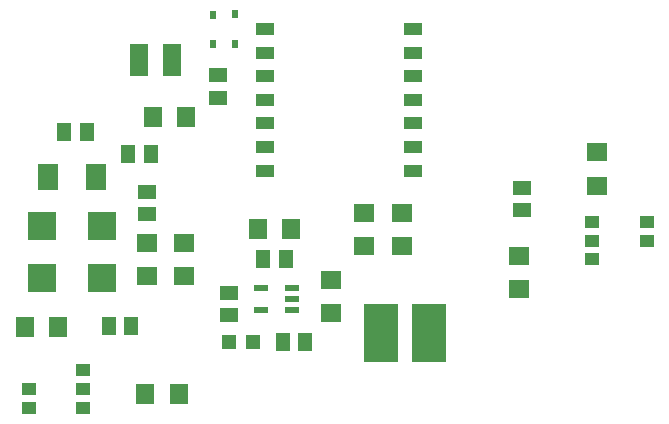
<source format=gbr>
G04 #@! TF.GenerationSoftware,KiCad,Pcbnew,5.0.0+dfsg1-1~bpo9+1*
G04 #@! TF.CreationDate,2018-12-28T11:25:29+01:00*
G04 #@! TF.ProjectId,receive_v1_1,726563656976655F76315F312E6B6963,rev?*
G04 #@! TF.SameCoordinates,Original*
G04 #@! TF.FileFunction,Paste,Top*
G04 #@! TF.FilePolarity,Positive*
%FSLAX46Y46*%
G04 Gerber Fmt 4.6, Leading zero omitted, Abs format (unit mm)*
G04 Created by KiCad (PCBNEW 5.0.0+dfsg1-1~bpo9+1) date Fri Dec 28 11:25:29 2018*
%MOMM*%
%LPD*%
G01*
G04 APERTURE LIST*
%ADD10R,1.803000X1.600000*%
%ADD11R,1.300000X1.500000*%
%ADD12R,1.200000X1.200000*%
%ADD13R,1.600000X1.800000*%
%ADD14R,1.200000X0.550000*%
%ADD15R,1.800000X1.600000*%
%ADD16R,1.500000X1.300000*%
%ADD17R,1.500000X1.000000*%
%ADD18R,1.200000X1.000000*%
%ADD19R,1.780000X2.160000*%
%ADD20R,0.600000X0.800000*%
%ADD21R,1.600000X2.700000*%
%ADD22R,3.000000X5.000000*%
%ADD23R,1.600000X1.803000*%
%ADD24R,2.400000X2.400000*%
G04 APERTURE END LIST*
D10*
G04 #@! TO.C,R4*
X139700000Y-93497000D03*
X139700000Y-90653000D03*
G04 #@! TD*
G04 #@! TO.C,R11*
X133096000Y-99416000D03*
X133096000Y-102260000D03*
G04 #@! TD*
G04 #@! TO.C,R10*
X120015000Y-95774599D03*
X120015000Y-98618599D03*
G04 #@! TD*
D11*
G04 #@! TO.C,R2*
X113096000Y-106681065D03*
X114996000Y-106681065D03*
G04 #@! TD*
D12*
G04 #@! TO.C,LED1*
X108517259Y-106681065D03*
X110617259Y-106681065D03*
G04 #@! TD*
D13*
G04 #@! TO.C,C2*
X113795000Y-97155000D03*
X110995000Y-97155000D03*
G04 #@! TD*
D14*
G04 #@! TO.C,IC1*
X111276375Y-104009509D03*
X111276375Y-102109509D03*
X113876375Y-102109509D03*
X113876375Y-103059509D03*
X113876375Y-104009509D03*
G04 #@! TD*
D15*
G04 #@! TO.C,C3*
X117187259Y-104271065D03*
X117187259Y-101471065D03*
G04 #@! TD*
D11*
G04 #@! TO.C,C4*
X111445000Y-99695000D03*
X113345000Y-99695000D03*
G04 #@! TD*
D16*
G04 #@! TO.C,R1*
X108585000Y-104455000D03*
X108585000Y-102555000D03*
G04 #@! TD*
D10*
G04 #@! TO.C,R3*
X123190000Y-98618599D03*
X123190000Y-95774599D03*
G04 #@! TD*
D17*
G04 #@! TO.C,U$1*
X124160000Y-92200000D03*
X124160000Y-90200000D03*
X124160000Y-88200000D03*
X124160000Y-86200000D03*
X124160000Y-84200000D03*
X124160000Y-82200000D03*
X124160000Y-80200000D03*
X111560000Y-92200000D03*
X111560000Y-90200000D03*
X111560000Y-88200000D03*
X111560000Y-86200000D03*
X111560000Y-84200000D03*
X111560000Y-82200000D03*
X111560000Y-80200000D03*
G04 #@! TD*
D18*
G04 #@! TO.C,IC3*
X91603800Y-112293200D03*
X91603800Y-110693200D03*
X96203800Y-112293200D03*
X96203800Y-110693200D03*
X96203800Y-109093200D03*
G04 #@! TD*
D13*
G04 #@! TO.C,C1*
X91310000Y-105410000D03*
X94110000Y-105410000D03*
G04 #@! TD*
D11*
G04 #@! TO.C,C5*
X98347350Y-105316100D03*
X100247350Y-105316100D03*
G04 #@! TD*
D19*
G04 #@! TO.C,D1*
X93210000Y-92710000D03*
X97280000Y-92710000D03*
G04 #@! TD*
D18*
G04 #@! TO.C,IC2*
X143905000Y-96520200D03*
X143905000Y-98120200D03*
X139305000Y-96520200D03*
X139305000Y-98120200D03*
X139305000Y-99720200D03*
G04 #@! TD*
D20*
G04 #@! TO.C,D2*
X107188000Y-81514000D03*
X107188000Y-79014000D03*
G04 #@! TD*
D11*
G04 #@! TO.C,R5*
X100015000Y-90805000D03*
X101915000Y-90805000D03*
G04 #@! TD*
D16*
G04 #@! TO.C,R6*
X107630000Y-84140000D03*
X107630000Y-86040000D03*
G04 #@! TD*
G04 #@! TO.C,C6*
X101600000Y-93980000D03*
X101600000Y-95880000D03*
G04 #@! TD*
D20*
G04 #@! TO.C,D3*
X109030000Y-81450000D03*
X109030000Y-78950000D03*
G04 #@! TD*
D16*
G04 #@! TO.C,C7*
X133350000Y-95565000D03*
X133350000Y-93665000D03*
G04 #@! TD*
D21*
G04 #@! TO.C,C8*
X100962000Y-82804000D03*
X103762000Y-82804000D03*
G04 #@! TD*
D11*
G04 #@! TO.C,R7*
X96520000Y-88900000D03*
X94620000Y-88900000D03*
G04 #@! TD*
D22*
G04 #@! TO.C,X1*
X121444000Y-105918000D03*
X125444000Y-105918000D03*
G04 #@! TD*
D23*
G04 #@! TO.C,R8*
X104292000Y-111125000D03*
X101448000Y-111125000D03*
G04 #@! TD*
G04 #@! TO.C,R9*
X104927000Y-87630000D03*
X102083000Y-87630000D03*
G04 #@! TD*
D15*
G04 #@! TO.C,C9*
X104775000Y-101095000D03*
X104775000Y-98295000D03*
G04 #@! TD*
G04 #@! TO.C,C10*
X101600000Y-98295000D03*
X101600000Y-101095000D03*
G04 #@! TD*
D24*
G04 #@! TO.C,D4*
X97790000Y-101260000D03*
X97790000Y-96860000D03*
G04 #@! TD*
G04 #@! TO.C,D5*
X92710000Y-96860000D03*
X92710000Y-101260000D03*
G04 #@! TD*
M02*

</source>
